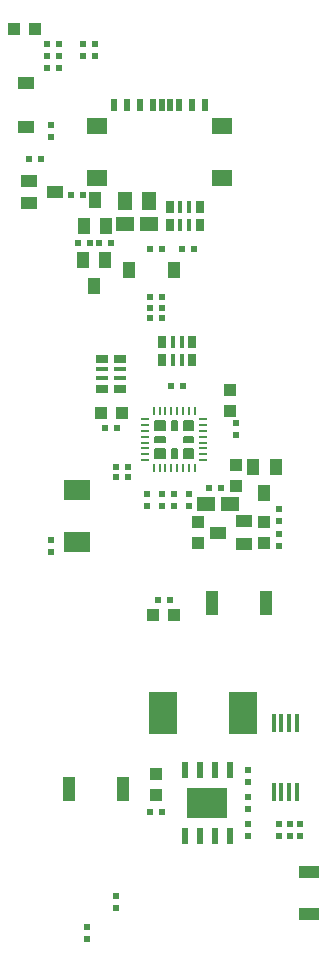
<source format=gbr>
G04 #@! TF.GenerationSoftware,KiCad,Pcbnew,5.1.6-c6e7f7d~87~ubuntu18.04.1*
G04 #@! TF.CreationDate,2021-09-16T13:53:06+03:00*
G04 #@! TF.ProjectId,ESP32-PoE-ISO_Rev_G,45535033-322d-4506-9f45-2d49534f5f52,G*
G04 #@! TF.SameCoordinates,Original*
G04 #@! TF.FileFunction,Paste,Bot*
G04 #@! TF.FilePolarity,Positive*
%FSLAX46Y46*%
G04 Gerber Fmt 4.6, Leading zero omitted, Abs format (unit mm)*
G04 Created by KiCad (PCBNEW 5.1.6-c6e7f7d~87~ubuntu18.04.1) date 2021-09-16 13:53:06*
%MOMM*%
%LPD*%
G01*
G04 APERTURE LIST*
%ADD10C,0.200000*%
%ADD11R,1.016000X1.016000*%
%ADD12R,0.500000X0.550000*%
%ADD13R,1.016000X2.032000*%
%ADD14R,2.400000X3.600000*%
%ADD15R,0.550000X0.500000*%
%ADD16R,1.270000X1.524000*%
%ADD17R,1.400000X1.000000*%
%ADD18R,1.000000X1.400000*%
%ADD19R,1.524000X1.270000*%
%ADD20R,1.778000X1.016000*%
%ADD21R,0.500000X1.000000*%
%ADD22R,1.754000X1.454000*%
%ADD23R,0.381000X1.016000*%
%ADD24R,0.635000X1.016000*%
%ADD25R,0.230000X0.780000*%
%ADD26R,0.780000X0.230000*%
%ADD27R,1.016000X0.381000*%
%ADD28R,1.016000X0.635000*%
%ADD29R,2.286000X1.778000*%
%ADD30R,0.350000X1.500000*%
%ADD31R,3.500000X2.600000*%
%ADD32R,0.600000X1.400000*%
G04 APERTURE END LIST*
D10*
X104610000Y-136706000D02*
X104610000Y-137106000D01*
X103810000Y-136706000D02*
X104610000Y-136706000D01*
X103810000Y-137106000D02*
X103810000Y-136706000D01*
X104610000Y-137106000D02*
X103810000Y-137106000D01*
X104610000Y-137006000D02*
X103810000Y-137006000D01*
X103810000Y-136906000D02*
X104610000Y-136906000D01*
X104610000Y-136806000D02*
X103810000Y-136806000D01*
X107010000Y-136806000D02*
X106210000Y-136806000D01*
X106210000Y-136906000D02*
X107010000Y-136906000D01*
X107010000Y-137006000D02*
X106210000Y-137006000D01*
X107010000Y-137106000D02*
X106210000Y-137106000D01*
X106210000Y-137106000D02*
X106210000Y-136706000D01*
X106210000Y-136706000D02*
X107010000Y-136706000D01*
X107010000Y-136706000D02*
X107010000Y-137106000D01*
X105210000Y-136106000D02*
X105610000Y-136106000D01*
X105210000Y-135306000D02*
X105210000Y-136106000D01*
X105610000Y-135306000D02*
X105210000Y-135306000D01*
X105610000Y-136106000D02*
X105610000Y-135306000D01*
X105510000Y-136106000D02*
X105510000Y-135306000D01*
X105410000Y-136106000D02*
X105410000Y-135306000D01*
X105310000Y-136106000D02*
X105310000Y-135306000D01*
X105310000Y-138506000D02*
X105310000Y-137706000D01*
X105410000Y-138506000D02*
X105410000Y-137706000D01*
X105510000Y-138506000D02*
X105510000Y-137706000D01*
X105610000Y-138506000D02*
X105610000Y-137706000D01*
X105610000Y-137706000D02*
X105210000Y-137706000D01*
X105210000Y-137706000D02*
X105210000Y-138506000D01*
X105210000Y-138506000D02*
X105610000Y-138506000D01*
X104610000Y-135406000D02*
X103810000Y-135406000D01*
X104610000Y-135506000D02*
X103810000Y-135506000D01*
X104610000Y-135606000D02*
X103810000Y-135606000D01*
X104610000Y-135706000D02*
X103810000Y-135706000D01*
X104610000Y-135806000D02*
X103810000Y-135806000D01*
X104610000Y-135906000D02*
X103810000Y-135906000D01*
X104610000Y-136006000D02*
X103810000Y-136006000D01*
X104610000Y-136106000D02*
X103810000Y-136106000D01*
X103810000Y-136106000D02*
X103810000Y-135306000D01*
X103810000Y-135306000D02*
X104610000Y-135306000D01*
X104610000Y-135306000D02*
X104610000Y-136106000D01*
X107010000Y-135306000D02*
X107010000Y-136106000D01*
X106210000Y-135306000D02*
X107010000Y-135306000D01*
X106210000Y-136106000D02*
X106210000Y-135306000D01*
X107010000Y-136106000D02*
X106210000Y-136106000D01*
X107010000Y-136006000D02*
X106210000Y-136006000D01*
X107010000Y-135906000D02*
X106210000Y-135906000D01*
X107010000Y-135806000D02*
X106210000Y-135806000D01*
X107010000Y-135706000D02*
X106210000Y-135706000D01*
X107010000Y-135606000D02*
X106210000Y-135606000D01*
X107010000Y-135506000D02*
X106210000Y-135506000D01*
X107010000Y-135406000D02*
X106210000Y-135406000D01*
X104610000Y-137706000D02*
X104610000Y-138506000D01*
X103810000Y-137706000D02*
X104610000Y-137706000D01*
X103810000Y-138506000D02*
X103810000Y-137706000D01*
X104610000Y-138506000D02*
X103810000Y-138506000D01*
X104610000Y-138406000D02*
X103810000Y-138406000D01*
X104610000Y-138306000D02*
X103810000Y-138306000D01*
X104610000Y-138206000D02*
X103810000Y-138206000D01*
X104610000Y-138106000D02*
X103810000Y-138106000D01*
X104610000Y-138006000D02*
X103810000Y-138006000D01*
X104610000Y-137906000D02*
X103810000Y-137906000D01*
X104610000Y-137806000D02*
X103810000Y-137806000D01*
X107010000Y-137806000D02*
X106210000Y-137806000D01*
X107010000Y-137906000D02*
X106210000Y-137906000D01*
X107010000Y-138006000D02*
X106210000Y-138006000D01*
X107010000Y-138106000D02*
X106210000Y-138106000D01*
X107010000Y-138206000D02*
X106210000Y-138206000D01*
X107010000Y-138306000D02*
X106210000Y-138306000D01*
X107010000Y-138406000D02*
X106210000Y-138406000D01*
X107010000Y-138506000D02*
X106210000Y-138506000D01*
X106210000Y-138506000D02*
X106210000Y-137706000D01*
X106210000Y-137706000D02*
X107010000Y-137706000D01*
X107010000Y-137706000D02*
X107010000Y-138506000D01*
D11*
X91821000Y-102108000D03*
X93599000Y-102108000D03*
D12*
X97663000Y-103378000D03*
X98679000Y-103378000D03*
D13*
X101092000Y-166497000D03*
X96520000Y-166497000D03*
X113157000Y-150749000D03*
X108585000Y-150749000D03*
D14*
X104423000Y-160020000D03*
X111223000Y-160020000D03*
D15*
X94996000Y-145415000D03*
X94996000Y-146431000D03*
D12*
X94615000Y-104394000D03*
X95631000Y-104394000D03*
X94615000Y-103378000D03*
X95631000Y-103378000D03*
X95631000Y-105410000D03*
X94615000Y-105410000D03*
D11*
X105410000Y-151765000D03*
X103632000Y-151765000D03*
D15*
X114300000Y-142748000D03*
X114300000Y-143764000D03*
D11*
X113030000Y-143891000D03*
X113030000Y-145669000D03*
D16*
X103251000Y-116713000D03*
X101219000Y-116713000D03*
D12*
X106172000Y-132334000D03*
X105156000Y-132334000D03*
X99568000Y-135890000D03*
X100584000Y-135890000D03*
X101473000Y-139192000D03*
X100457000Y-139192000D03*
X109347000Y-140970000D03*
X108331000Y-140970000D03*
X94107000Y-113157000D03*
X93091000Y-113157000D03*
D15*
X94996000Y-111252000D03*
X94996000Y-110236000D03*
D12*
X104394000Y-126619000D03*
X103378000Y-126619000D03*
X104394000Y-124841000D03*
X103378000Y-124841000D03*
X104394000Y-120777000D03*
X103378000Y-120777000D03*
X104394000Y-125730000D03*
X103378000Y-125730000D03*
X100457000Y-140081000D03*
X101473000Y-140081000D03*
D15*
X110617000Y-136525000D03*
X110617000Y-135509000D03*
X105410000Y-141478000D03*
X105410000Y-142494000D03*
X106680000Y-142494000D03*
X106680000Y-141478000D03*
X103124000Y-142494000D03*
X103124000Y-141478000D03*
X104394000Y-142494000D03*
X104394000Y-141478000D03*
X114300000Y-145923000D03*
X114300000Y-144907000D03*
D12*
X105029000Y-150495000D03*
X104013000Y-150495000D03*
X96647000Y-116205000D03*
X97663000Y-116205000D03*
D17*
X111343440Y-143830040D03*
X111343440Y-145732500D03*
X109133640Y-144777460D03*
D18*
X99628960Y-118836440D03*
X97726500Y-118836440D03*
X98681540Y-116626640D03*
D19*
X101219000Y-118618000D03*
X103251000Y-118618000D03*
D20*
X116840000Y-177038000D03*
X116840000Y-173482000D03*
D21*
X100290000Y-108587000D03*
X101390000Y-108587000D03*
X102490000Y-108587000D03*
X103590000Y-108587000D03*
X104340000Y-108587000D03*
X105040000Y-108587000D03*
X105790000Y-108587000D03*
X106890000Y-108587000D03*
X107990000Y-108587000D03*
D22*
X109440000Y-110337000D03*
X98840000Y-110337000D03*
X109440000Y-114787000D03*
X98840000Y-114787000D03*
D11*
X110109000Y-134493000D03*
X110109000Y-132715000D03*
X99187000Y-134620000D03*
X100965000Y-134620000D03*
X107442000Y-143891000D03*
X107442000Y-145669000D03*
X110617000Y-140843000D03*
X110617000Y-139065000D03*
D23*
X106045000Y-128651000D03*
X105283000Y-128651000D03*
X106045000Y-130175000D03*
X105283000Y-130175000D03*
D24*
X106934000Y-128651000D03*
X106934000Y-130175000D03*
X104394000Y-128651000D03*
X104394000Y-130175000D03*
D18*
X97663000Y-121666000D03*
X99565460Y-121666000D03*
X98610420Y-123875800D03*
D19*
X110109000Y-142367000D03*
X108077000Y-142367000D03*
D12*
X98679000Y-104394000D03*
X97663000Y-104394000D03*
D18*
X105405000Y-122555000D03*
X101605000Y-122555000D03*
D12*
X106045000Y-120777000D03*
X107061000Y-120777000D03*
D25*
X103660000Y-139356000D03*
X104160000Y-139356000D03*
X104660000Y-139356000D03*
X105160000Y-139356000D03*
X105660000Y-139356000D03*
X106160000Y-139356000D03*
X106660000Y-139356000D03*
X107160000Y-139356000D03*
D26*
X107860000Y-138656000D03*
X107860000Y-138156000D03*
X107860000Y-137656000D03*
X107860000Y-137156000D03*
X107860000Y-136656000D03*
X107860000Y-136156000D03*
X107860000Y-135656000D03*
X107860000Y-135156000D03*
D25*
X107160000Y-134456000D03*
X106660000Y-134456000D03*
X106160000Y-134456000D03*
X105660000Y-134456000D03*
X105160000Y-134456000D03*
X104660000Y-134456000D03*
X104160000Y-134456000D03*
X103660000Y-134456000D03*
D26*
X102960000Y-135156000D03*
X102960000Y-135656000D03*
X102960000Y-136156000D03*
X102960000Y-136656000D03*
X102960000Y-137156000D03*
X102960000Y-137656000D03*
X102960000Y-138156000D03*
X102960000Y-138656000D03*
D12*
X100076000Y-120269000D03*
X99060000Y-120269000D03*
X98298000Y-120269000D03*
X97282000Y-120269000D03*
D17*
X95334000Y-115951000D03*
X93134000Y-115001000D03*
X93134000Y-116901000D03*
D18*
X113027460Y-141437360D03*
X113982500Y-139227560D03*
X112080040Y-139227560D03*
D24*
X105029000Y-118745000D03*
X105029000Y-117221000D03*
X107569000Y-118745000D03*
X107569000Y-117221000D03*
D23*
X105918000Y-118745000D03*
X106680000Y-118745000D03*
X105918000Y-117221000D03*
X106680000Y-117221000D03*
D27*
X99314000Y-130937000D03*
X99314000Y-131699000D03*
X100838000Y-130937000D03*
X100838000Y-131699000D03*
D28*
X99314000Y-130048000D03*
X100838000Y-130048000D03*
X99314000Y-132588000D03*
X100838000Y-132588000D03*
D29*
X97155000Y-145560000D03*
X97155000Y-141206000D03*
D17*
X92837000Y-110485000D03*
X92837000Y-106685000D03*
D15*
X100457000Y-175514000D03*
X100457000Y-176530000D03*
X98044000Y-179197000D03*
X98044000Y-178181000D03*
X111633000Y-170434000D03*
X111633000Y-169418000D03*
X114300000Y-169418000D03*
X114300000Y-170434000D03*
X116078000Y-170434000D03*
X116078000Y-169418000D03*
X115189000Y-170434000D03*
X115189000Y-169418000D03*
D12*
X103378000Y-168402000D03*
X104394000Y-168402000D03*
D15*
X111633000Y-165862000D03*
X111633000Y-164846000D03*
X111633000Y-167132000D03*
X111633000Y-168148000D03*
D30*
X115783000Y-160880000D03*
X115133000Y-160880000D03*
X114483000Y-160880000D03*
X113833000Y-160880000D03*
X113833000Y-166780000D03*
X114483000Y-166780000D03*
X115133000Y-166780000D03*
X115783000Y-166780000D03*
D31*
X108204000Y-167646000D03*
D32*
X106299000Y-170446000D03*
X107569000Y-170446000D03*
X108839000Y-170446000D03*
X110109000Y-170446000D03*
X110109000Y-164846000D03*
X108839000Y-164846000D03*
X107569000Y-164846000D03*
X106299000Y-164846000D03*
D11*
X103886000Y-165227000D03*
X103886000Y-167005000D03*
M02*

</source>
